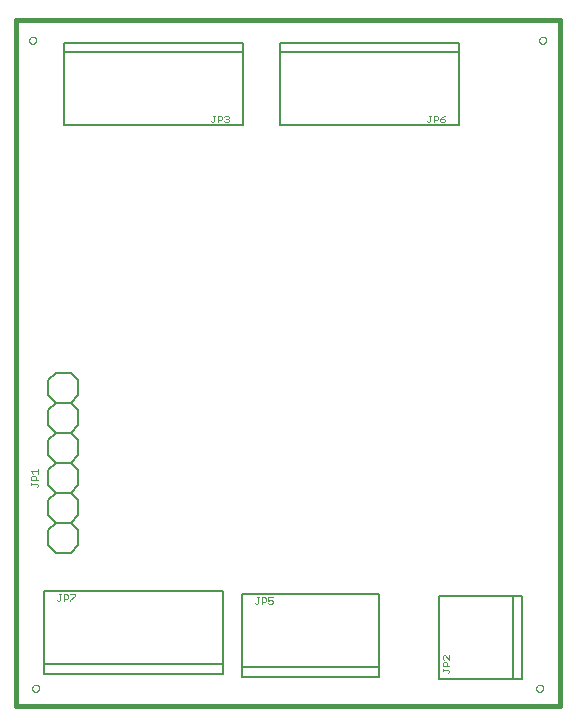
<source format=gto>
G75*
%MOIN*%
%OFA0B0*%
%FSLAX25Y25*%
%IPPOS*%
%LPD*%
%AMOC8*
5,1,8,0,0,1.08239X$1,22.5*
%
%ADD10C,0.00000*%
%ADD11C,0.01600*%
%ADD12C,0.00600*%
%ADD13C,0.00200*%
%ADD14C,0.00800*%
D10*
X0001900Y0002100D02*
X0001900Y0230801D01*
X0001900Y0231100D02*
X0183071Y0231100D01*
X0183071Y0002100D01*
X0001900Y0002100D01*
X0007219Y0008100D02*
X0007221Y0008169D01*
X0007227Y0008237D01*
X0007237Y0008305D01*
X0007251Y0008372D01*
X0007269Y0008439D01*
X0007290Y0008504D01*
X0007316Y0008568D01*
X0007345Y0008630D01*
X0007377Y0008690D01*
X0007413Y0008749D01*
X0007453Y0008805D01*
X0007495Y0008859D01*
X0007541Y0008910D01*
X0007590Y0008959D01*
X0007641Y0009005D01*
X0007695Y0009047D01*
X0007751Y0009087D01*
X0007809Y0009123D01*
X0007870Y0009155D01*
X0007932Y0009184D01*
X0007996Y0009210D01*
X0008061Y0009231D01*
X0008128Y0009249D01*
X0008195Y0009263D01*
X0008263Y0009273D01*
X0008331Y0009279D01*
X0008400Y0009281D01*
X0008469Y0009279D01*
X0008537Y0009273D01*
X0008605Y0009263D01*
X0008672Y0009249D01*
X0008739Y0009231D01*
X0008804Y0009210D01*
X0008868Y0009184D01*
X0008930Y0009155D01*
X0008990Y0009123D01*
X0009049Y0009087D01*
X0009105Y0009047D01*
X0009159Y0009005D01*
X0009210Y0008959D01*
X0009259Y0008910D01*
X0009305Y0008859D01*
X0009347Y0008805D01*
X0009387Y0008749D01*
X0009423Y0008690D01*
X0009455Y0008630D01*
X0009484Y0008568D01*
X0009510Y0008504D01*
X0009531Y0008439D01*
X0009549Y0008372D01*
X0009563Y0008305D01*
X0009573Y0008237D01*
X0009579Y0008169D01*
X0009581Y0008100D01*
X0009579Y0008031D01*
X0009573Y0007963D01*
X0009563Y0007895D01*
X0009549Y0007828D01*
X0009531Y0007761D01*
X0009510Y0007696D01*
X0009484Y0007632D01*
X0009455Y0007570D01*
X0009423Y0007509D01*
X0009387Y0007451D01*
X0009347Y0007395D01*
X0009305Y0007341D01*
X0009259Y0007290D01*
X0009210Y0007241D01*
X0009159Y0007195D01*
X0009105Y0007153D01*
X0009049Y0007113D01*
X0008991Y0007077D01*
X0008930Y0007045D01*
X0008868Y0007016D01*
X0008804Y0006990D01*
X0008739Y0006969D01*
X0008672Y0006951D01*
X0008605Y0006937D01*
X0008537Y0006927D01*
X0008469Y0006921D01*
X0008400Y0006919D01*
X0008331Y0006921D01*
X0008263Y0006927D01*
X0008195Y0006937D01*
X0008128Y0006951D01*
X0008061Y0006969D01*
X0007996Y0006990D01*
X0007932Y0007016D01*
X0007870Y0007045D01*
X0007809Y0007077D01*
X0007751Y0007113D01*
X0007695Y0007153D01*
X0007641Y0007195D01*
X0007590Y0007241D01*
X0007541Y0007290D01*
X0007495Y0007341D01*
X0007453Y0007395D01*
X0007413Y0007451D01*
X0007377Y0007509D01*
X0007345Y0007570D01*
X0007316Y0007632D01*
X0007290Y0007696D01*
X0007269Y0007761D01*
X0007251Y0007828D01*
X0007237Y0007895D01*
X0007227Y0007963D01*
X0007221Y0008031D01*
X0007219Y0008100D01*
X0175219Y0008100D02*
X0175221Y0008169D01*
X0175227Y0008237D01*
X0175237Y0008305D01*
X0175251Y0008372D01*
X0175269Y0008439D01*
X0175290Y0008504D01*
X0175316Y0008568D01*
X0175345Y0008630D01*
X0175377Y0008690D01*
X0175413Y0008749D01*
X0175453Y0008805D01*
X0175495Y0008859D01*
X0175541Y0008910D01*
X0175590Y0008959D01*
X0175641Y0009005D01*
X0175695Y0009047D01*
X0175751Y0009087D01*
X0175809Y0009123D01*
X0175870Y0009155D01*
X0175932Y0009184D01*
X0175996Y0009210D01*
X0176061Y0009231D01*
X0176128Y0009249D01*
X0176195Y0009263D01*
X0176263Y0009273D01*
X0176331Y0009279D01*
X0176400Y0009281D01*
X0176469Y0009279D01*
X0176537Y0009273D01*
X0176605Y0009263D01*
X0176672Y0009249D01*
X0176739Y0009231D01*
X0176804Y0009210D01*
X0176868Y0009184D01*
X0176930Y0009155D01*
X0176990Y0009123D01*
X0177049Y0009087D01*
X0177105Y0009047D01*
X0177159Y0009005D01*
X0177210Y0008959D01*
X0177259Y0008910D01*
X0177305Y0008859D01*
X0177347Y0008805D01*
X0177387Y0008749D01*
X0177423Y0008690D01*
X0177455Y0008630D01*
X0177484Y0008568D01*
X0177510Y0008504D01*
X0177531Y0008439D01*
X0177549Y0008372D01*
X0177563Y0008305D01*
X0177573Y0008237D01*
X0177579Y0008169D01*
X0177581Y0008100D01*
X0177579Y0008031D01*
X0177573Y0007963D01*
X0177563Y0007895D01*
X0177549Y0007828D01*
X0177531Y0007761D01*
X0177510Y0007696D01*
X0177484Y0007632D01*
X0177455Y0007570D01*
X0177423Y0007509D01*
X0177387Y0007451D01*
X0177347Y0007395D01*
X0177305Y0007341D01*
X0177259Y0007290D01*
X0177210Y0007241D01*
X0177159Y0007195D01*
X0177105Y0007153D01*
X0177049Y0007113D01*
X0176991Y0007077D01*
X0176930Y0007045D01*
X0176868Y0007016D01*
X0176804Y0006990D01*
X0176739Y0006969D01*
X0176672Y0006951D01*
X0176605Y0006937D01*
X0176537Y0006927D01*
X0176469Y0006921D01*
X0176400Y0006919D01*
X0176331Y0006921D01*
X0176263Y0006927D01*
X0176195Y0006937D01*
X0176128Y0006951D01*
X0176061Y0006969D01*
X0175996Y0006990D01*
X0175932Y0007016D01*
X0175870Y0007045D01*
X0175809Y0007077D01*
X0175751Y0007113D01*
X0175695Y0007153D01*
X0175641Y0007195D01*
X0175590Y0007241D01*
X0175541Y0007290D01*
X0175495Y0007341D01*
X0175453Y0007395D01*
X0175413Y0007451D01*
X0175377Y0007509D01*
X0175345Y0007570D01*
X0175316Y0007632D01*
X0175290Y0007696D01*
X0175269Y0007761D01*
X0175251Y0007828D01*
X0175237Y0007895D01*
X0175227Y0007963D01*
X0175221Y0008031D01*
X0175219Y0008100D01*
X0176219Y0224100D02*
X0176221Y0224169D01*
X0176227Y0224237D01*
X0176237Y0224305D01*
X0176251Y0224372D01*
X0176269Y0224439D01*
X0176290Y0224504D01*
X0176316Y0224568D01*
X0176345Y0224630D01*
X0176377Y0224690D01*
X0176413Y0224749D01*
X0176453Y0224805D01*
X0176495Y0224859D01*
X0176541Y0224910D01*
X0176590Y0224959D01*
X0176641Y0225005D01*
X0176695Y0225047D01*
X0176751Y0225087D01*
X0176809Y0225123D01*
X0176870Y0225155D01*
X0176932Y0225184D01*
X0176996Y0225210D01*
X0177061Y0225231D01*
X0177128Y0225249D01*
X0177195Y0225263D01*
X0177263Y0225273D01*
X0177331Y0225279D01*
X0177400Y0225281D01*
X0177469Y0225279D01*
X0177537Y0225273D01*
X0177605Y0225263D01*
X0177672Y0225249D01*
X0177739Y0225231D01*
X0177804Y0225210D01*
X0177868Y0225184D01*
X0177930Y0225155D01*
X0177990Y0225123D01*
X0178049Y0225087D01*
X0178105Y0225047D01*
X0178159Y0225005D01*
X0178210Y0224959D01*
X0178259Y0224910D01*
X0178305Y0224859D01*
X0178347Y0224805D01*
X0178387Y0224749D01*
X0178423Y0224690D01*
X0178455Y0224630D01*
X0178484Y0224568D01*
X0178510Y0224504D01*
X0178531Y0224439D01*
X0178549Y0224372D01*
X0178563Y0224305D01*
X0178573Y0224237D01*
X0178579Y0224169D01*
X0178581Y0224100D01*
X0178579Y0224031D01*
X0178573Y0223963D01*
X0178563Y0223895D01*
X0178549Y0223828D01*
X0178531Y0223761D01*
X0178510Y0223696D01*
X0178484Y0223632D01*
X0178455Y0223570D01*
X0178423Y0223509D01*
X0178387Y0223451D01*
X0178347Y0223395D01*
X0178305Y0223341D01*
X0178259Y0223290D01*
X0178210Y0223241D01*
X0178159Y0223195D01*
X0178105Y0223153D01*
X0178049Y0223113D01*
X0177991Y0223077D01*
X0177930Y0223045D01*
X0177868Y0223016D01*
X0177804Y0222990D01*
X0177739Y0222969D01*
X0177672Y0222951D01*
X0177605Y0222937D01*
X0177537Y0222927D01*
X0177469Y0222921D01*
X0177400Y0222919D01*
X0177331Y0222921D01*
X0177263Y0222927D01*
X0177195Y0222937D01*
X0177128Y0222951D01*
X0177061Y0222969D01*
X0176996Y0222990D01*
X0176932Y0223016D01*
X0176870Y0223045D01*
X0176809Y0223077D01*
X0176751Y0223113D01*
X0176695Y0223153D01*
X0176641Y0223195D01*
X0176590Y0223241D01*
X0176541Y0223290D01*
X0176495Y0223341D01*
X0176453Y0223395D01*
X0176413Y0223451D01*
X0176377Y0223509D01*
X0176345Y0223570D01*
X0176316Y0223632D01*
X0176290Y0223696D01*
X0176269Y0223761D01*
X0176251Y0223828D01*
X0176237Y0223895D01*
X0176227Y0223963D01*
X0176221Y0224031D01*
X0176219Y0224100D01*
X0006219Y0224100D02*
X0006221Y0224169D01*
X0006227Y0224237D01*
X0006237Y0224305D01*
X0006251Y0224372D01*
X0006269Y0224439D01*
X0006290Y0224504D01*
X0006316Y0224568D01*
X0006345Y0224630D01*
X0006377Y0224690D01*
X0006413Y0224749D01*
X0006453Y0224805D01*
X0006495Y0224859D01*
X0006541Y0224910D01*
X0006590Y0224959D01*
X0006641Y0225005D01*
X0006695Y0225047D01*
X0006751Y0225087D01*
X0006809Y0225123D01*
X0006870Y0225155D01*
X0006932Y0225184D01*
X0006996Y0225210D01*
X0007061Y0225231D01*
X0007128Y0225249D01*
X0007195Y0225263D01*
X0007263Y0225273D01*
X0007331Y0225279D01*
X0007400Y0225281D01*
X0007469Y0225279D01*
X0007537Y0225273D01*
X0007605Y0225263D01*
X0007672Y0225249D01*
X0007739Y0225231D01*
X0007804Y0225210D01*
X0007868Y0225184D01*
X0007930Y0225155D01*
X0007990Y0225123D01*
X0008049Y0225087D01*
X0008105Y0225047D01*
X0008159Y0225005D01*
X0008210Y0224959D01*
X0008259Y0224910D01*
X0008305Y0224859D01*
X0008347Y0224805D01*
X0008387Y0224749D01*
X0008423Y0224690D01*
X0008455Y0224630D01*
X0008484Y0224568D01*
X0008510Y0224504D01*
X0008531Y0224439D01*
X0008549Y0224372D01*
X0008563Y0224305D01*
X0008573Y0224237D01*
X0008579Y0224169D01*
X0008581Y0224100D01*
X0008579Y0224031D01*
X0008573Y0223963D01*
X0008563Y0223895D01*
X0008549Y0223828D01*
X0008531Y0223761D01*
X0008510Y0223696D01*
X0008484Y0223632D01*
X0008455Y0223570D01*
X0008423Y0223509D01*
X0008387Y0223451D01*
X0008347Y0223395D01*
X0008305Y0223341D01*
X0008259Y0223290D01*
X0008210Y0223241D01*
X0008159Y0223195D01*
X0008105Y0223153D01*
X0008049Y0223113D01*
X0007991Y0223077D01*
X0007930Y0223045D01*
X0007868Y0223016D01*
X0007804Y0222990D01*
X0007739Y0222969D01*
X0007672Y0222951D01*
X0007605Y0222937D01*
X0007537Y0222927D01*
X0007469Y0222921D01*
X0007400Y0222919D01*
X0007331Y0222921D01*
X0007263Y0222927D01*
X0007195Y0222937D01*
X0007128Y0222951D01*
X0007061Y0222969D01*
X0006996Y0222990D01*
X0006932Y0223016D01*
X0006870Y0223045D01*
X0006809Y0223077D01*
X0006751Y0223113D01*
X0006695Y0223153D01*
X0006641Y0223195D01*
X0006590Y0223241D01*
X0006541Y0223290D01*
X0006495Y0223341D01*
X0006453Y0223395D01*
X0006413Y0223451D01*
X0006377Y0223509D01*
X0006345Y0223570D01*
X0006316Y0223632D01*
X0006290Y0223696D01*
X0006269Y0223761D01*
X0006251Y0223828D01*
X0006237Y0223895D01*
X0006227Y0223963D01*
X0006221Y0224031D01*
X0006219Y0224100D01*
D11*
X0001900Y0230900D02*
X0001900Y0002100D01*
X0183200Y0002100D01*
X0183200Y0230900D01*
X0001900Y0230900D01*
D12*
X0015150Y0113350D02*
X0012650Y0110850D01*
X0012650Y0105850D01*
X0015150Y0103350D01*
X0012650Y0100850D01*
X0012650Y0095850D01*
X0015150Y0093350D01*
X0020150Y0093350D01*
X0022650Y0095850D01*
X0022650Y0100850D01*
X0020150Y0103350D01*
X0015150Y0103350D01*
X0020150Y0103350D02*
X0022650Y0105850D01*
X0022650Y0110850D01*
X0020150Y0113350D01*
X0015150Y0113350D01*
X0015150Y0093350D02*
X0012650Y0090850D01*
X0012650Y0085850D01*
X0015150Y0083350D01*
X0012650Y0080850D01*
X0012650Y0075850D01*
X0015150Y0073350D01*
X0012650Y0070850D01*
X0012650Y0065850D01*
X0015150Y0063350D01*
X0012650Y0060850D01*
X0012650Y0055850D01*
X0015150Y0053350D01*
X0020150Y0053350D01*
X0022650Y0055850D01*
X0022650Y0060850D01*
X0020150Y0063350D01*
X0015150Y0063350D01*
X0020150Y0063350D02*
X0022650Y0065850D01*
X0022650Y0070850D01*
X0020150Y0073350D01*
X0015150Y0073350D01*
X0020150Y0073350D02*
X0022650Y0075850D01*
X0022650Y0080850D01*
X0020150Y0083350D01*
X0015150Y0083350D01*
X0020150Y0083350D02*
X0022650Y0085850D01*
X0022650Y0090850D01*
X0020150Y0093350D01*
D13*
X0009150Y0081108D02*
X0009150Y0079640D01*
X0009150Y0080374D02*
X0006948Y0080374D01*
X0007682Y0079640D01*
X0007315Y0078898D02*
X0008049Y0078898D01*
X0008416Y0078531D01*
X0008416Y0077430D01*
X0009150Y0077430D02*
X0006948Y0077430D01*
X0006948Y0078531D01*
X0007315Y0078898D01*
X0006948Y0076688D02*
X0006948Y0075954D01*
X0006948Y0076321D02*
X0008783Y0076321D01*
X0009150Y0075954D01*
X0009150Y0075587D01*
X0008783Y0075220D01*
X0016234Y0039402D02*
X0016968Y0039402D01*
X0016601Y0039402D02*
X0016601Y0037567D01*
X0016234Y0037200D01*
X0015867Y0037200D01*
X0015500Y0037567D01*
X0017710Y0037934D02*
X0018811Y0037934D01*
X0019178Y0038301D01*
X0019178Y0039035D01*
X0018811Y0039402D01*
X0017710Y0039402D01*
X0017710Y0037200D01*
X0019920Y0037200D02*
X0019920Y0037567D01*
X0021388Y0039035D01*
X0021388Y0039402D01*
X0019920Y0039402D01*
X0081500Y0036567D02*
X0081867Y0036200D01*
X0082234Y0036200D01*
X0082601Y0036567D01*
X0082601Y0038402D01*
X0082234Y0038402D02*
X0082968Y0038402D01*
X0083710Y0038402D02*
X0083710Y0036200D01*
X0083710Y0036934D02*
X0084811Y0036934D01*
X0085178Y0037301D01*
X0085178Y0038035D01*
X0084811Y0038402D01*
X0083710Y0038402D01*
X0085920Y0038402D02*
X0085920Y0037301D01*
X0086654Y0037668D01*
X0087021Y0037668D01*
X0087388Y0037301D01*
X0087388Y0036567D01*
X0087021Y0036200D01*
X0086287Y0036200D01*
X0085920Y0036567D01*
X0085920Y0038402D02*
X0087388Y0038402D01*
X0144098Y0018721D02*
X0144098Y0017987D01*
X0144465Y0017620D01*
X0144465Y0016878D02*
X0145199Y0016878D01*
X0145566Y0016511D01*
X0145566Y0015410D01*
X0146300Y0015410D02*
X0144098Y0015410D01*
X0144098Y0016511D01*
X0144465Y0016878D01*
X0144098Y0018721D02*
X0144465Y0019088D01*
X0144832Y0019088D01*
X0146300Y0017620D01*
X0146300Y0019088D01*
X0145933Y0014301D02*
X0144098Y0014301D01*
X0144098Y0013934D02*
X0144098Y0014668D01*
X0145933Y0014301D02*
X0146300Y0013934D01*
X0146300Y0013567D01*
X0145933Y0013200D01*
X0144391Y0196800D02*
X0143657Y0196800D01*
X0143290Y0197167D01*
X0143290Y0197901D01*
X0144391Y0197901D01*
X0144758Y0197534D01*
X0144758Y0197167D01*
X0144391Y0196800D01*
X0143290Y0197901D02*
X0144024Y0198635D01*
X0144758Y0199002D01*
X0142548Y0198635D02*
X0142548Y0197901D01*
X0142181Y0197534D01*
X0141080Y0197534D01*
X0141080Y0196800D02*
X0141080Y0199002D01*
X0142181Y0199002D01*
X0142548Y0198635D01*
X0140338Y0199002D02*
X0139604Y0199002D01*
X0139971Y0199002D02*
X0139971Y0197167D01*
X0139604Y0196800D01*
X0139237Y0196800D01*
X0138870Y0197167D01*
X0072758Y0197167D02*
X0072391Y0196800D01*
X0071657Y0196800D01*
X0071290Y0197167D01*
X0072024Y0197901D02*
X0072391Y0197901D01*
X0072758Y0197534D01*
X0072758Y0197167D01*
X0072391Y0197901D02*
X0072758Y0198268D01*
X0072758Y0198635D01*
X0072391Y0199002D01*
X0071657Y0199002D01*
X0071290Y0198635D01*
X0070548Y0198635D02*
X0070548Y0197901D01*
X0070181Y0197534D01*
X0069080Y0197534D01*
X0069080Y0196800D02*
X0069080Y0199002D01*
X0070181Y0199002D01*
X0070548Y0198635D01*
X0068338Y0199002D02*
X0067604Y0199002D01*
X0067971Y0199002D02*
X0067971Y0197167D01*
X0067604Y0196800D01*
X0067237Y0196800D01*
X0066870Y0197167D01*
D14*
X0077455Y0195714D02*
X0077455Y0220124D01*
X0018006Y0220124D01*
X0018006Y0223273D01*
X0077455Y0223273D01*
X0077455Y0220124D01*
X0090006Y0220124D02*
X0149455Y0220124D01*
X0149455Y0195714D01*
X0090006Y0195714D01*
X0090006Y0220124D01*
X0090006Y0223273D01*
X0149455Y0223273D01*
X0149455Y0220124D01*
X0077455Y0195714D02*
X0018006Y0195714D01*
X0018006Y0220124D01*
X0011345Y0040486D02*
X0011345Y0016076D01*
X0070794Y0016076D01*
X0070794Y0012927D01*
X0011345Y0012927D01*
X0011345Y0016076D01*
X0011345Y0040486D02*
X0070794Y0040486D01*
X0070794Y0016076D01*
X0077345Y0015076D02*
X0077345Y0011927D01*
X0123014Y0011927D01*
X0123014Y0015076D01*
X0077345Y0015076D01*
X0077345Y0039486D01*
X0123014Y0039486D01*
X0123014Y0015076D01*
X0143014Y0011210D02*
X0167424Y0011210D01*
X0167424Y0038769D01*
X0170573Y0038769D01*
X0170573Y0011210D01*
X0167424Y0011210D01*
X0167424Y0038769D02*
X0143014Y0038769D01*
X0143014Y0011210D01*
M02*

</source>
